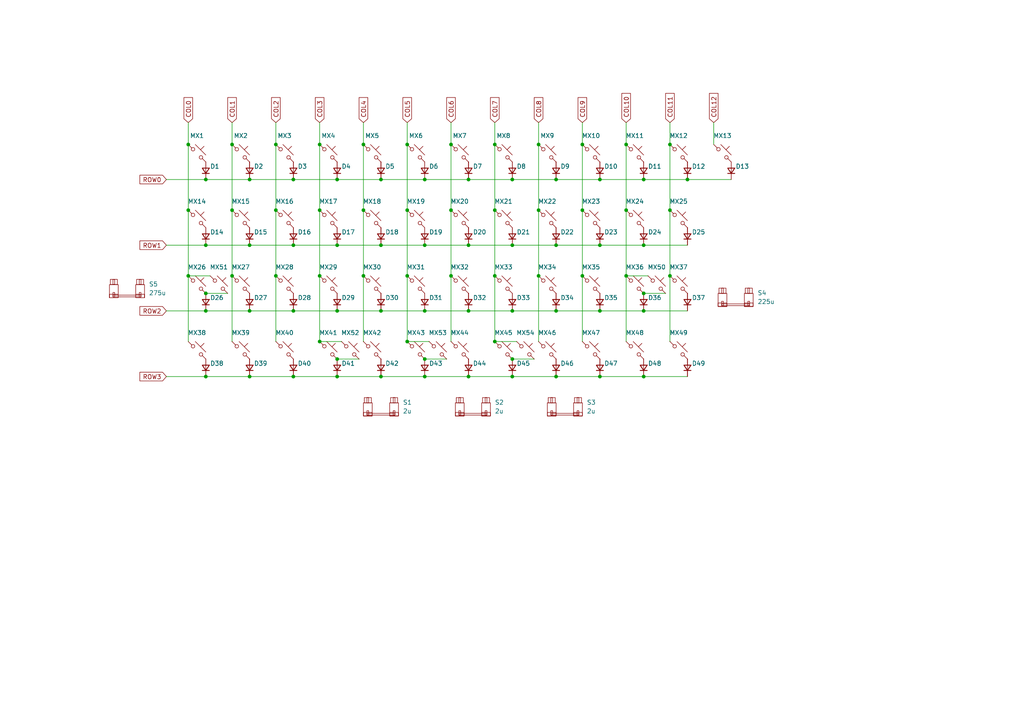
<source format=kicad_sch>
(kicad_sch (version 20231120) (generator "eeschema") (generator_version "8.0")
  (paper "A4")
  (lib_symbols
    (symbol "Device:D_Small" (pin_numbers hide) (pin_names (offset 0.254) hide)
      (property "Reference" "D" (at -1.27 2.032 0))
      (property "Value" "D_Small" (at -3.81 -2.032 0))
      (symbol "D_Small_0_1"
        (polyline (pts (xy -0.762 -1.016) (xy -0.762 1.016)) (stroke (width 0.254)))
        (polyline (pts (xy -0.762 0) (xy 0.762 0)))
        (polyline (pts (xy 0.762 -1.016) (xy -0.762 0) (xy 0.762 1.016) (xy 0.762 -1.016)) (stroke (width 0.254)))
      )
      (symbol "D_Small_1_1"
        (pin passive line (at -2.54 0 0) (length 1.778) (name "K") (number "1"))
        (pin passive line (at 2.54 0 180) (length 1.778) (name "A") (number "2"))
      )
    )
    (symbol "PCM_marbastlib-mx:MX_SW_solder" (pin_numbers hide) (pin_names (offset 1.016) hide)
      (property "Reference" "MX" (at 3.048 1.016 0))
      (property "Value" "MX_SW_solder" (at 0 -3.81 0))
      (symbol "MX_SW_solder_0_1"
        (circle (center -1.1684 1.1684) (radius 0.508))
        (polyline (pts (xy -0.508 2.54) (xy 2.54 -0.508)))
        (polyline (pts (xy 1.016 1.016) (xy 2.032 2.032)))
        (polyline (pts (xy -2.54 2.54) (xy -1.524 1.524) (xy -1.524 1.524)))
        (polyline (pts (xy 1.524 -1.524) (xy 2.54 -2.54) (xy 2.54 -2.54) (xy 2.54 -2.54)))
        (circle (center 1.143 -1.1938) (radius 0.508))
        (pin passive line (at -2.54 2.54 0) (length 0) (name "1") (number "1"))
        (pin passive line (at 2.54 -2.54 180) (length 0) (name "2") (number "2"))
      )
    )
    (symbol "PCM_marbastlib-mx:MX_stab" (pin_names (offset 1.016))
      (property "Reference" "S" (at -5.08 6.35 0))
      (property "Value" "MX_stab" (at -5.08 3.81 0))
      (symbol "MX_stab_0_1"
        (rectangle (start -5.08 -1.524) (end -2.54 -2.54))
        (rectangle (start -5.08 1.27) (end -2.54 -2.54))
        (rectangle (start -4.826 2.794) (end -2.794 1.27))
        (rectangle (start -4.064 -2.286) (end -3.556 -1.016))
        (rectangle (start -4.064 -1.778) (end 4.064 -2.286))
        (rectangle (start -4.064 1.27) (end -3.556 2.794))
        (rectangle (start 2.54 -1.524) (end 5.08 -2.54))
        (rectangle (start 2.54 1.27) (end 5.08 -2.54))
        (rectangle (start 2.794 2.794) (end 4.826 1.27))
        (rectangle (start 3.556 1.27) (end 4.064 2.794))
        (rectangle (start 4.064 -2.286) (end 3.556 -1.016))
      )
    )
  )
  (junction (at 118.11 60.96))
  (junction (at 72.39 71.12))
  (junction (at 85.09 109.22))
  (junction (at 123.19 109.22))
  (junction (at 97.79 71.12))
  (junction (at 72.39 109.22))
  (junction (at 54.61 41.91))
  (junction (at 161.29 52.07))
  (junction (at 123.19 71.12))
  (junction (at 72.39 52.07))
  (junction (at 80.01 80.01))
  (junction (at 186.69 90.17))
  (junction (at 143.51 80.01))
  (junction (at 92.71 99.06))
  (junction (at 186.69 71.12))
  (junction (at 92.71 80.01))
  (junction (at 148.59 52.07))
  (junction (at 143.51 41.91))
  (junction (at 199.39 52.07))
  (junction (at 97.79 109.22))
  (junction (at 168.91 41.91))
  (junction (at 143.51 60.96))
  (junction (at 110.49 71.12))
  (junction (at 161.29 109.22))
  (junction (at 118.11 80.01))
  (junction (at 110.49 90.17))
  (junction (at 105.41 41.91))
  (junction (at 97.79 90.17))
  (junction (at 181.61 80.01))
  (junction (at 67.31 60.96))
  (junction (at 80.01 60.96))
  (junction (at 130.81 60.96))
  (junction (at 173.99 109.22))
  (junction (at 123.19 104.14))
  (junction (at 186.69 85.09))
  (junction (at 92.71 41.91))
  (junction (at 130.81 80.01))
  (junction (at 110.49 109.22))
  (junction (at 59.69 90.17))
  (junction (at 168.91 60.96))
  (junction (at 156.21 80.01))
  (junction (at 118.11 99.06))
  (junction (at 135.89 71.12))
  (junction (at 148.59 104.14))
  (junction (at 181.61 41.91))
  (junction (at 148.59 90.17))
  (junction (at 118.11 41.91))
  (junction (at 59.69 71.12))
  (junction (at 173.99 71.12))
  (junction (at 97.79 52.07))
  (junction (at 135.89 52.07))
  (junction (at 110.49 52.07))
  (junction (at 173.99 52.07))
  (junction (at 135.89 109.22))
  (junction (at 194.31 80.01))
  (junction (at 85.09 71.12))
  (junction (at 148.59 109.22))
  (junction (at 130.81 41.91))
  (junction (at 123.19 52.07))
  (junction (at 161.29 90.17))
  (junction (at 67.31 41.91))
  (junction (at 173.99 90.17))
  (junction (at 181.61 60.96))
  (junction (at 85.09 90.17))
  (junction (at 194.31 41.91))
  (junction (at 97.79 104.14))
  (junction (at 105.41 80.01))
  (junction (at 59.69 85.09))
  (junction (at 85.09 52.07))
  (junction (at 59.69 109.22))
  (junction (at 54.61 80.01))
  (junction (at 105.41 60.96))
  (junction (at 54.61 60.96))
  (junction (at 80.01 41.91))
  (junction (at 92.71 60.96))
  (junction (at 161.29 71.12))
  (junction (at 123.19 90.17))
  (junction (at 143.51 99.06))
  (junction (at 194.31 60.96))
  (junction (at 148.59 71.12))
  (junction (at 156.21 41.91))
  (junction (at 135.89 90.17))
  (junction (at 186.69 109.22))
  (junction (at 59.69 52.07))
  (junction (at 156.21 60.96))
  (junction (at 168.91 80.01))
  (junction (at 67.31 80.01))
  (junction (at 186.69 52.07))
  (junction (at 72.39 90.17))
  (wire (pts (xy 135.89 90.17) (xy 148.59 90.17)))
  (wire (pts (xy 123.19 90.17) (xy 135.89 90.17)))
  (wire (pts (xy 97.79 109.22) (xy 110.49 109.22)))
  (wire (pts (xy 92.71 60.96) (xy 92.71 80.01)))
  (wire (pts (xy 130.81 41.91) (xy 130.81 60.96)))
  (wire (pts (xy 130.81 80.01) (xy 130.81 99.06)))
  (wire (pts (xy 156.21 41.91) (xy 156.21 60.96)))
  (wire (pts (xy 92.71 41.91) (xy 92.71 60.96)))
  (wire (pts (xy 48.26 71.12) (xy 59.69 71.12)))
  (wire (pts (xy 97.79 90.17) (xy 110.49 90.17)))
  (wire (pts (xy 148.59 52.07) (xy 161.29 52.07)))
  (wire (pts (xy 59.69 71.12) (xy 72.39 71.12)))
  (wire (pts (xy 181.61 35.56) (xy 181.61 41.91)))
  (wire (pts (xy 207.01 35.56) (xy 207.01 41.91)))
  (wire (pts (xy 67.31 35.56) (xy 67.31 41.91)))
  (wire (pts (xy 85.09 52.07) (xy 97.79 52.07)))
  (wire (pts (xy 85.09 71.12) (xy 97.79 71.12)))
  (wire (pts (xy 54.61 80.01) (xy 54.61 99.06)))
  (wire (pts (xy 143.51 60.96) (xy 143.51 80.01)))
  (wire (pts (xy 135.89 71.12) (xy 148.59 71.12)))
  (wire (pts (xy 186.69 52.07) (xy 199.39 52.07)))
  (wire (pts (xy 80.01 41.91) (xy 80.01 60.96)))
  (wire (pts (xy 135.89 109.22) (xy 148.59 109.22)))
  (wire (pts (xy 156.21 80.01) (xy 156.21 99.06)))
  (wire (pts (xy 105.41 35.56) (xy 105.41 41.91)))
  (wire (pts (xy 148.59 109.22) (xy 161.29 109.22)))
  (wire (pts (xy 148.59 90.17) (xy 161.29 90.17)))
  (wire (pts (xy 110.49 71.12) (xy 123.19 71.12)))
  (wire (pts (xy 118.11 80.01) (xy 118.11 99.06)))
  (wire (pts (xy 72.39 52.07) (xy 85.09 52.07)))
  (wire (pts (xy 92.71 99.06) (xy 99.06 99.06)))
  (wire (pts (xy 59.69 52.07) (xy 72.39 52.07)))
  (wire (pts (xy 118.11 35.56) (xy 118.11 41.91)))
  (wire (pts (xy 173.99 52.07) (xy 186.69 52.07)))
  (wire (pts (xy 181.61 80.01) (xy 187.96 80.01)))
  (wire (pts (xy 97.79 104.14) (xy 104.14 104.14)))
  (wire (pts (xy 54.61 60.96) (xy 54.61 80.01)))
  (wire (pts (xy 97.79 71.12) (xy 110.49 71.12)))
  (wire (pts (xy 48.26 109.22) (xy 59.69 109.22)))
  (wire (pts (xy 161.29 109.22) (xy 173.99 109.22)))
  (wire (pts (xy 194.31 35.56) (xy 194.31 41.91)))
  (wire (pts (xy 148.59 71.12) (xy 161.29 71.12)))
  (wire (pts (xy 161.29 71.12) (xy 173.99 71.12)))
  (wire (pts (xy 72.39 71.12) (xy 85.09 71.12)))
  (wire (pts (xy 143.51 35.56) (xy 143.51 41.91)))
  (wire (pts (xy 80.01 80.01) (xy 80.01 99.06)))
  (wire (pts (xy 123.19 71.12) (xy 135.89 71.12)))
  (wire (pts (xy 148.59 104.14) (xy 154.94 104.14)))
  (wire (pts (xy 194.31 60.96) (xy 194.31 80.01)))
  (wire (pts (xy 199.39 52.07) (xy 212.09 52.07)))
  (wire (pts (xy 67.31 80.01) (xy 67.31 99.06)))
  (wire (pts (xy 161.29 90.17) (xy 173.99 90.17)))
  (wire (pts (xy 54.61 80.01) (xy 60.96 80.01)))
  (wire (pts (xy 168.91 60.96) (xy 168.91 80.01)))
  (wire (pts (xy 156.21 60.96) (xy 156.21 80.01)))
  (wire (pts (xy 105.41 41.91) (xy 105.41 60.96)))
  (wire (pts (xy 173.99 109.22) (xy 186.69 109.22)))
  (wire (pts (xy 118.11 60.96) (xy 118.11 80.01)))
  (wire (pts (xy 181.61 41.91) (xy 181.61 60.96)))
  (wire (pts (xy 48.26 90.17) (xy 59.69 90.17)))
  (wire (pts (xy 143.51 80.01) (xy 143.51 99.06)))
  (wire (pts (xy 194.31 41.91) (xy 194.31 60.96)))
  (wire (pts (xy 168.91 41.91) (xy 168.91 60.96)))
  (wire (pts (xy 67.31 41.91) (xy 67.31 60.96)))
  (wire (pts (xy 110.49 52.07) (xy 123.19 52.07)))
  (wire (pts (xy 161.29 52.07) (xy 173.99 52.07)))
  (wire (pts (xy 186.69 85.09) (xy 193.04 85.09)))
  (wire (pts (xy 54.61 35.56) (xy 54.61 41.91)))
  (wire (pts (xy 92.71 80.01) (xy 92.71 99.06)))
  (wire (pts (xy 85.09 109.22) (xy 97.79 109.22)))
  (wire (pts (xy 92.71 35.56) (xy 92.71 41.91)))
  (wire (pts (xy 67.31 60.96) (xy 67.31 80.01)))
  (wire (pts (xy 168.91 80.01) (xy 168.91 99.06)))
  (wire (pts (xy 173.99 71.12) (xy 186.69 71.12)))
  (wire (pts (xy 110.49 90.17) (xy 123.19 90.17)))
  (wire (pts (xy 186.69 90.17) (xy 199.39 90.17)))
  (wire (pts (xy 105.41 80.01) (xy 105.41 99.06)))
  (wire (pts (xy 181.61 80.01) (xy 181.61 99.06)))
  (wire (pts (xy 130.81 60.96) (xy 130.81 80.01)))
  (wire (pts (xy 194.31 80.01) (xy 194.31 99.06)))
  (wire (pts (xy 72.39 109.22) (xy 85.09 109.22)))
  (wire (pts (xy 143.51 41.91) (xy 143.51 60.96)))
  (wire (pts (xy 123.19 104.14) (xy 129.54 104.14)))
  (wire (pts (xy 54.61 41.91) (xy 54.61 60.96)))
  (wire (pts (xy 59.69 109.22) (xy 72.39 109.22)))
  (wire (pts (xy 80.01 35.56) (xy 80.01 41.91)))
  (wire (pts (xy 156.21 35.56) (xy 156.21 41.91)))
  (wire (pts (xy 59.69 90.17) (xy 72.39 90.17)))
  (wire (pts (xy 168.91 35.56) (xy 168.91 41.91)))
  (wire (pts (xy 130.81 35.56) (xy 130.81 41.91)))
  (wire (pts (xy 181.61 60.96) (xy 181.61 80.01)))
  (wire (pts (xy 48.26 52.07) (xy 59.69 52.07)))
  (wire (pts (xy 72.39 90.17) (xy 85.09 90.17)))
  (wire (pts (xy 123.19 52.07) (xy 135.89 52.07)))
  (wire (pts (xy 85.09 90.17) (xy 97.79 90.17)))
  (wire (pts (xy 80.01 60.96) (xy 80.01 80.01)))
  (wire (pts (xy 105.41 60.96) (xy 105.41 80.01)))
  (wire (pts (xy 123.19 109.22) (xy 135.89 109.22)))
  (wire (pts (xy 186.69 109.22) (xy 199.39 109.22)))
  (wire (pts (xy 135.89 52.07) (xy 148.59 52.07)))
  (wire (pts (xy 186.69 71.12) (xy 199.39 71.12)))
  (wire (pts (xy 97.79 52.07) (xy 110.49 52.07)))
  (wire (pts (xy 110.49 109.22) (xy 123.19 109.22)))
  (wire (pts (xy 173.99 90.17) (xy 186.69 90.17)))
  (wire (pts (xy 118.11 99.06) (xy 124.46 99.06)))
  (wire (pts (xy 143.51 99.06) (xy 149.86 99.06)))
  (wire (pts (xy 118.11 41.91) (xy 118.11 60.96)))
  (wire (pts (xy 59.69 85.09) (xy 66.04 85.09)))
  (global_label "COL11" (shape input) (at 194.31 35.56 90) (property "Intersheetrefs" "${INTERSHEET_REFS}" (effects (hide yes))))
  (global_label "COL1" (shape input) (at 67.31 35.56 90) (property "Intersheetrefs" "${INTERSHEET_REFS}" (effects (hide yes))))
  (global_label "ROW1" (shape input) (at 48.26 71.12 180) (property "Intersheetrefs" "${INTERSHEET_REFS}" (effects (hide yes))))
  (global_label "COL8" (shape input) (at 156.21 35.56 90) (property "Intersheetrefs" "${INTERSHEET_REFS}" (effects (hide yes))))
  (global_label "COL3" (shape input) (at 92.71 35.56 90) (property "Intersheetrefs" "${INTERSHEET_REFS}" (effects (hide yes))))
  (global_label "COL12" (shape input) (at 207.01 35.56 90) (property "Intersheetrefs" "${INTERSHEET_REFS}" (effects (hide yes))))
  (global_label "COL5" (shape input) (at 118.11 35.56 90) (property "Intersheetrefs" "${INTERSHEET_REFS}" (effects (hide yes))))
  (global_label "ROW3" (shape input) (at 48.26 109.22 180) (property "Intersheetrefs" "${INTERSHEET_REFS}" (effects (hide yes))))
  (global_label "COL9" (shape input) (at 168.91 35.56 90) (property "Intersheetrefs" "${INTERSHEET_REFS}" (effects (hide yes))))
  (global_label "COL7" (shape input) (at 143.51 35.56 90) (property "Intersheetrefs" "${INTERSHEET_REFS}" (effects (hide yes))))
  (global_label "COL0" (shape input) (at 54.61 35.56 90) (property "Intersheetrefs" "${INTERSHEET_REFS}" (effects (hide yes))))
  (global_label "ROW0" (shape input) (at 48.26 52.07 180) (property "Intersheetrefs" "${INTERSHEET_REFS}" (effects (hide yes))))
  (global_label "COL6" (shape input) (at 130.81 35.56 90) (property "Intersheetrefs" "${INTERSHEET_REFS}" (effects (hide yes))))
  (global_label "COL2" (shape input) (at 80.01 35.56 90) (property "Intersheetrefs" "${INTERSHEET_REFS}" (effects (hide yes))))
  (global_label "COL4" (shape input) (at 105.41 35.56 90) (property "Intersheetrefs" "${INTERSHEET_REFS}" (effects (hide yes))))
  (global_label "ROW2" (shape input) (at 48.26 90.17 180) (property "Intersheetrefs" "${INTERSHEET_REFS}" (effects (hide yes))))
  (global_label "COL10" (shape input) (at 181.61 35.56 90) (property "Intersheetrefs" "${INTERSHEET_REFS}" (effects (hide yes))))
  (symbol (lib_id "PCM_marbastlib-mx:MX_SW_solder") (at 107.95 63.5 0) (unit 1)
    (property "Reference" "MX18" (at 107.95 58.42 0))
    (property "Value" "MX_SW_solder" (effects (hide yes)))
    (property "Footprint" "PCM_marbastlib-mx:SW_MX_1u" (effects (hide yes)))
    (property "Description" "Push button switch, normally open, two pins, 45° tilted" (effects (hide yes)))
  )
  (symbol (lib_id "PCM_marbastlib-mx:MX_SW_solder") (at 196.85 63.5 0) (unit 1)
    (property "Reference" "MX25" (at 196.85 58.42 0))
    (property "Value" "MX_SW_solder" (effects (hide yes)))
    (property "Footprint" "PCM_marbastlib-mx:SW_MX_1.75u" (effects (hide yes)))
    (property "Description" "Push button switch, normally open, two pins, 45° tilted" (effects (hide yes)))
  )
  (symbol (lib_id "PCM_marbastlib-mx:MX_SW_solder") (at 196.85 44.45 0) (unit 1)
    (property "Reference" "MX12" (at 196.85 39.37 0))
    (property "Value" "MX_SW_solder" (effects (hide yes)))
    (property "Footprint" "PCM_marbastlib-mx:SW_MX_1u" (effects (hide yes)))
    (property "Description" "Push button switch, normally open, two pins, 45° tilted" (effects (hide yes)))
  )
  (symbol (lib_id "PCM_marbastlib-mx:MX_SW_solder") (at 95.25 63.5 0) (unit 1)
    (property "Reference" "MX17" (at 95.25 58.42 0))
    (property "Value" "MX_SW_solder" (effects (hide yes)))
    (property "Footprint" "PCM_marbastlib-mx:SW_MX_1u" (effects (hide yes)))
    (property "Description" "Push button switch, normally open, two pins, 45° tilted" (effects (hide yes)))
  )
  (symbol (lib_id "Device:D_Small") (at 72.39 68.58 90) (unit 1)
    (property "Reference" "D15" (at 73.66 67.31 90) (effects (justify right)))
    (property "Value" "D_Small" (effects (hide yes)))
    (property "Footprint" "Diode_SMD:D_SOD-123F" (effects (hide yes)))
    (property "Description" "Diode, small symbol" (effects (hide yes)))
    (property "Sim.Device" "D" (effects (hide yes)))
    (property "Sim.Pins" "1=K 2=A" (effects (hide yes)))
  )
  (symbol (lib_id "PCM_marbastlib-mx:MX_SW_solder") (at 82.55 101.6 0) (unit 1)
    (property "Reference" "MX40" (at 82.55 96.52 0))
    (property "Value" "MX_SW_solder" (effects (hide yes)))
    (property "Footprint" "PCM_marbastlib-mx:SW_MX_1u" (effects (hide yes)))
    (property "Description" "Push button switch, normally open, two pins, 45° tilted" (effects (hide yes)))
  )
  (symbol (lib_id "Device:D_Small") (at 123.19 87.63 90) (unit 1)
    (property "Reference" "D31" (at 124.46 86.36 90) (effects (justify right)))
    (property "Value" "D_Small" (effects (hide yes)))
    (property "Footprint" "Diode_SMD:D_SOD-123F" (effects (hide yes)))
    (property "Description" "Diode, small symbol" (effects (hide yes)))
    (property "Sim.Device" "D" (effects (hide yes)))
    (property "Sim.Pins" "1=K 2=A" (effects (hide yes)))
  )
  (symbol (lib_id "Device:D_Small") (at 148.59 49.53 90) (unit 1)
    (property "Reference" "D8" (at 149.86 48.26 90) (effects (justify right)))
    (property "Value" "D_Small" (effects (hide yes)))
    (property "Footprint" "Diode_SMD:D_SOD-123F" (effects (hide yes)))
    (property "Description" "Diode, small symbol" (effects (hide yes)))
    (property "Sim.Device" "D" (effects (hide yes)))
    (property "Sim.Pins" "1=K 2=A" (effects (hide yes)))
  )
  (symbol (lib_id "PCM_marbastlib-mx:MX_SW_solder") (at 146.05 82.55 0) (unit 1)
    (property "Reference" "MX33" (at 146.05 77.47 0))
    (property "Value" "MX_SW_solder" (effects (hide yes)))
    (property "Footprint" "PCM_marbastlib-mx:SW_MX_1u" (effects (hide yes)))
    (property "Description" "Push button switch, normally open, two pins, 45° tilted" (effects (hide yes)))
  )
  (symbol (lib_id "PCM_marbastlib-mx:MX_SW_solder") (at 184.15 101.6 0) (unit 1)
    (property "Reference" "MX48" (at 184.15 96.52 0))
    (property "Value" "MX_SW_solder" (effects (hide yes)))
    (property "Footprint" "PCM_marbastlib-mx:SW_MX_1u" (effects (hide yes)))
    (property "Description" "Push button switch, normally open, two pins, 45° tilted" (effects (hide yes)))
  )
  (symbol (lib_id "PCM_marbastlib-mx:MX_SW_solder") (at 57.15 101.6 0) (unit 1)
    (property "Reference" "MX38" (at 57.15 96.52 0))
    (property "Value" "MX_SW_solder" (effects (hide yes)))
    (property "Footprint" "PCM_marbastlib-mx:SW_MX_1u" (effects (hide yes)))
    (property "Description" "Push button switch, normally open, two pins, 45° tilted" (effects (hide yes)))
  )
  (symbol (lib_id "Device:D_Small") (at 123.19 68.58 90) (unit 1)
    (property "Reference" "D19" (at 124.46 67.31 90) (effects (justify right)))
    (property "Value" "D_Small" (effects (hide yes)))
    (property "Footprint" "Diode_SMD:D_SOD-123F" (effects (hide yes)))
    (property "Description" "Diode, small symbol" (effects (hide yes)))
    (property "Sim.Device" "D" (effects (hide yes)))
    (property "Sim.Pins" "1=K 2=A" (effects (hide yes)))
  )
  (symbol (lib_id "PCM_marbastlib-mx:MX_SW_solder") (at 120.65 101.6 0) (unit 1)
    (property "Reference" "MX43" (at 120.65 96.52 0))
    (property "Value" "MX_SW_solder" (effects (hide yes)))
    (property "Footprint" "PCM_marbastlib-mx:SW_MX_1u" (effects (hide yes)))
    (property "Description" "Push button switch, normally open, two pins, 45° tilted" (effects (hide yes)))
  )
  (symbol (lib_id "PCM_marbastlib-mx:MX_SW_solder") (at 63.5 82.55 0) (unit 1)
    (property "Reference" "MX51" (at 63.5 77.47 0))
    (property "Value" "MX_SW_solder" (effects (hide yes)))
    (property "Footprint" "PCM_marbastlib-mx:SW_MX_1u" (effects (hide yes)))
    (property "Description" "Push button switch, normally open, two pins, 45° tilted" (effects (hide yes)))
  )
  (symbol (lib_id "PCM_marbastlib-mx:MX_SW_solder") (at 69.85 44.45 0) (unit 1)
    (property "Reference" "MX2" (at 69.85 39.37 0))
    (property "Value" "MX_SW_solder" (effects (hide yes)))
    (property "Footprint" "PCM_marbastlib-mx:SW_MX_1u" (effects (hide yes)))
    (property "Description" "Push button switch, normally open, two pins, 45° tilted" (effects (hide yes)))
  )
  (symbol (lib_id "PCM_marbastlib-mx:MX_SW_solder") (at 171.45 44.45 0) (unit 1)
    (property "Reference" "MX10" (at 171.45 39.37 0))
    (property "Value" "MX_SW_solder" (effects (hide yes)))
    (property "Footprint" "PCM_marbastlib-mx:SW_MX_1u" (effects (hide yes)))
    (property "Description" "Push button switch, normally open, two pins, 45° tilted" (effects (hide yes)))
  )
  (symbol (lib_id "PCM_marbastlib-mx:MX_stab") (at 110.49 118.11 0) (unit 1)
    (property "Reference" "S1" (at 116.84 116.7129 0) (effects (justify left)))
    (property "Value" "2u" (at 116.84 119.2529 0) (effects (justify left)))
    (property "Footprint" "PCM_marbastlib-mx:STAB_MX_P_2u" (effects (hide yes)))
    (property "Description" "Cherry MX-style stabilizer" (effects (hide yes)))
  )
  (symbol (lib_id "PCM_marbastlib-mx:MX_stab") (at 137.16 118.11 0) (unit 1)
    (property "Reference" "S2" (at 143.51 116.7129 0) (effects (justify left)))
    (property "Value" "2u" (at 143.51 119.2529 0) (effects (justify left)))
    (property "Footprint" "PCM_marbastlib-mx:STAB_MX_P_2u" (effects (hide yes)))
    (property "Description" "Cherry MX-style stabilizer" (effects (hide yes)))
  )
  (symbol (lib_id "Device:D_Small") (at 85.09 106.68 90) (unit 1)
    (property "Reference" "D40" (at 86.36 105.41 90) (effects (justify right)))
    (property "Value" "D_Small" (effects (hide yes)))
    (property "Footprint" "Diode_SMD:D_SOD-123F" (effects (hide yes)))
    (property "Description" "Diode, small symbol" (effects (hide yes)))
    (property "Sim.Device" "D" (effects (hide yes)))
    (property "Sim.Pins" "1=K 2=A" (effects (hide yes)))
  )
  (symbol (lib_id "PCM_marbastlib-mx:MX_SW_solder") (at 57.15 82.55 0) (unit 1)
    (property "Reference" "MX26" (at 57.15 77.47 0))
    (property "Value" "MX_SW_solder" (effects (hide yes)))
    (property "Footprint" "PCM_marbastlib-mx:SW_MX_1.75u" (effects (hide yes)))
    (property "Description" "Push button switch, normally open, two pins, 45° tilted" (effects (hide yes)))
  )
  (symbol (lib_id "Device:D_Small") (at 199.39 68.58 90) (unit 1)
    (property "Reference" "D25" (at 200.66 67.31 90) (effects (justify right)))
    (property "Value" "D_Small" (effects (hide yes)))
    (property "Footprint" "Diode_SMD:D_SOD-123F" (effects (hide yes)))
    (property "Description" "Diode, small symbol" (effects (hide yes)))
    (property "Sim.Device" "D" (effects (hide yes)))
    (property "Sim.Pins" "1=K 2=A" (effects (hide yes)))
  )
  (symbol (lib_id "PCM_marbastlib-mx:MX_SW_solder") (at 120.65 63.5 0) (unit 1)
    (property "Reference" "MX19" (at 120.65 58.42 0))
    (property "Value" "MX_SW_solder" (effects (hide yes)))
    (property "Footprint" "PCM_marbastlib-mx:SW_MX_1u" (effects (hide yes)))
    (property "Description" "Push button switch, normally open, two pins, 45° tilted" (effects (hide yes)))
  )
  (symbol (lib_id "Device:D_Small") (at 135.89 68.58 90) (unit 1)
    (property "Reference" "D20" (at 137.16 67.31 90) (effects (justify right)))
    (property "Value" "D_Small" (effects (hide yes)))
    (property "Footprint" "Diode_SMD:D_SOD-123F" (effects (hide yes)))
    (property "Description" "Diode, small symbol" (effects (hide yes)))
    (property "Sim.Device" "D" (effects (hide yes)))
    (property "Sim.Pins" "1=K 2=A" (effects (hide yes)))
  )
  (symbol (lib_id "PCM_marbastlib-mx:MX_stab") (at 36.83 83.82 0) (unit 1)
    (property "Reference" "S5" (at 43.18 82.4229 0) (effects (justify left)))
    (property "Value" "275u" (at 43.18 84.9629 0) (effects (justify left)))
    (property "Footprint" "PCM_marbastlib-mx:STAB_MX_P_2.75u" (effects (hide yes)))
    (property "Description" "Cherry MX-style stabilizer" (effects (hide yes)))
  )
  (symbol (lib_id "Device:D_Small") (at 85.09 49.53 90) (unit 1)
    (property "Reference" "D3" (at 86.36 48.26 90) (effects (justify right)))
    (property "Value" "D_Small" (effects (hide yes)))
    (property "Footprint" "Diode_SMD:D_SOD-123F" (effects (hide yes)))
    (property "Description" "Diode, small symbol" (effects (hide yes)))
    (property "Sim.Device" "D" (effects (hide yes)))
    (property "Sim.Pins" "1=K 2=A" (effects (hide yes)))
  )
  (symbol (lib_id "Device:D_Small") (at 161.29 106.68 90) (unit 1)
    (property "Reference" "D46" (at 162.56 105.41 90) (effects (justify right)))
    (property "Value" "D_Small" (effects (hide yes)))
    (property "Footprint" "Diode_SMD:D_SOD-123F" (effects (hide yes)))
    (property "Description" "Diode, small symbol" (effects (hide yes)))
    (property "Sim.Device" "D" (effects (hide yes)))
    (property "Sim.Pins" "1=K 2=A" (effects (hide yes)))
  )
  (symbol (lib_id "PCM_marbastlib-mx:MX_SW_solder") (at 120.65 82.55 0) (unit 1)
    (property "Reference" "MX31" (at 120.65 77.47 0))
    (property "Value" "MX_SW_solder" (effects (hide yes)))
    (property "Footprint" "PCM_marbastlib-mx:SW_MX_1u" (effects (hide yes)))
    (property "Description" "Push button switch, normally open, two pins, 45° tilted" (effects (hide yes)))
  )
  (symbol (lib_id "Device:D_Small") (at 72.39 49.53 90) (unit 1)
    (property "Reference" "D2" (at 73.66 48.26 90) (effects (justify right)))
    (property "Value" "D_Small" (effects (hide yes)))
    (property "Footprint" "Diode_SMD:D_SOD-123F" (effects (hide yes)))
    (property "Description" "Diode, small symbol" (effects (hide yes)))
    (property "Sim.Device" "D" (effects (hide yes)))
    (property "Sim.Pins" "1=K 2=A" (effects (hide yes)))
  )
  (symbol (lib_id "PCM_marbastlib-mx:MX_SW_solder") (at 184.15 44.45 0) (unit 1)
    (property "Reference" "MX11" (at 184.15 39.37 0))
    (property "Value" "MX_SW_solder" (effects (hide yes)))
    (property "Footprint" "PCM_marbastlib-mx:SW_MX_1u" (effects (hide yes)))
    (property "Description" "Push button switch, normally open, two pins, 45° tilted" (effects (hide yes)))
  )
  (symbol (lib_id "Device:D_Small") (at 85.09 68.58 90) (unit 1)
    (property "Reference" "D16" (at 86.36 67.31 90) (effects (justify right)))
    (property "Value" "D_Small" (effects (hide yes)))
    (property "Footprint" "Diode_SMD:D_SOD-123F" (effects (hide yes)))
    (property "Description" "Diode, small symbol" (effects (hide yes)))
    (property "Sim.Device" "D" (effects (hide yes)))
    (property "Sim.Pins" "1=K 2=A" (effects (hide yes)))
  )
  (symbol (lib_id "PCM_marbastlib-mx:MX_SW_solder") (at 69.85 82.55 0) (unit 1)
    (property "Reference" "MX27" (at 69.85 77.47 0))
    (property "Value" "MX_SW_solder" (effects (hide yes)))
    (property "Footprint" "PCM_marbastlib-mx:SW_MX_1u" (effects (hide yes)))
    (property "Description" "Push button switch, normally open, two pins, 45° tilted" (effects (hide yes)))
  )
  (symbol (lib_id "PCM_marbastlib-mx:MX_SW_solder") (at 69.85 63.5 0) (unit 1)
    (property "Reference" "MX15" (at 69.85 58.42 0))
    (property "Value" "MX_SW_solder" (effects (hide yes)))
    (property "Footprint" "PCM_marbastlib-mx:SW_MX_1u" (effects (hide yes)))
    (property "Description" "Push button switch, normally open, two pins, 45° tilted" (effects (hide yes)))
  )
  (symbol (lib_id "Device:D_Small") (at 59.69 87.63 90) (unit 1)
    (property "Reference" "D26" (at 60.96 86.36 90) (effects (justify right)))
    (property "Value" "D_Small" (effects (hide yes)))
    (property "Footprint" "Diode_SMD:D_SOD-123F" (effects (hide yes)))
    (property "Description" "Diode, small symbol" (effects (hide yes)))
    (property "Sim.Device" "D" (effects (hide yes)))
    (property "Sim.Pins" "1=K 2=A" (effects (hide yes)))
  )
  (symbol (lib_id "PCM_marbastlib-mx:MX_stab") (at 213.36 86.36 0) (unit 1)
    (property "Reference" "S4" (at 219.71 84.9629 0) (effects (justify left)))
    (property "Value" "225u" (at 219.71 87.5029 0) (effects (justify left)))
    (property "Footprint" "PCM_marbastlib-mx:STAB_MX_P_2.25u" (effects (hide yes)))
    (property "Description" "Cherry MX-style stabilizer" (effects (hide yes)))
  )
  (symbol (lib_id "PCM_marbastlib-mx:MX_SW_solder") (at 120.65 44.45 0) (unit 1)
    (property "Reference" "MX6" (at 120.65 39.37 0))
    (property "Value" "MX_SW_solder" (effects (hide yes)))
    (property "Footprint" "PCM_marbastlib-mx:SW_MX_1u" (effects (hide yes)))
    (property "Description" "Push button switch, normally open, two pins, 45° tilted" (effects (hide yes)))
  )
  (symbol (lib_id "PCM_marbastlib-mx:MX_SW_solder") (at 171.45 101.6 0) (unit 1)
    (property "Reference" "MX47" (at 171.45 96.52 0))
    (property "Value" "MX_SW_solder" (effects (hide yes)))
    (property "Footprint" "PCM_marbastlib-mx:SW_MX_1u" (effects (hide yes)))
    (property "Description" "Push button switch, normally open, two pins, 45° tilted" (effects (hide yes)))
  )
  (symbol (lib_id "Device:D_Small") (at 97.79 68.58 90) (unit 1)
    (property "Reference" "D17" (at 99.06 67.31 90) (effects (justify right)))
    (property "Value" "D_Small" (effects (hide yes)))
    (property "Footprint" "Diode_SMD:D_SOD-123F" (effects (hide yes)))
    (property "Description" "Diode, small symbol" (effects (hide yes)))
    (property "Sim.Device" "D" (effects (hide yes)))
    (property "Sim.Pins" "1=K 2=A" (effects (hide yes)))
  )
  (symbol (lib_id "PCM_marbastlib-mx:MX_SW_solder") (at 95.25 44.45 0) (unit 1)
    (property "Reference" "MX4" (at 95.25 39.37 0))
    (property "Value" "MX_SW_solder" (effects (hide yes)))
    (property "Footprint" "PCM_marbastlib-mx:SW_MX_1u" (effects (hide yes)))
    (property "Description" "Push button switch, normally open, two pins, 45° tilted" (effects (hide yes)))
  )
  (symbol (lib_id "Device:D_Small") (at 161.29 87.63 90) (unit 1)
    (property "Reference" "D34" (at 162.56 86.36 90) (effects (justify right)))
    (property "Value" "D_Small" (effects (hide yes)))
    (property "Footprint" "Diode_SMD:D_SOD-123F" (effects (hide yes)))
    (property "Description" "Diode, small symbol" (effects (hide yes)))
    (property "Sim.Device" "D" (effects (hide yes)))
    (property "Sim.Pins" "1=K 2=A" (effects (hide yes)))
  )
  (symbol (lib_id "PCM_marbastlib-mx:MX_SW_solder") (at 146.05 44.45 0) (unit 1)
    (property "Reference" "MX8" (at 146.05 39.37 0))
    (property "Value" "MX_SW_solder" (effects (hide yes)))
    (property "Footprint" "PCM_marbastlib-mx:SW_MX_1u" (effects (hide yes)))
    (property "Description" "Push button switch, normally open, two pins, 45° tilted" (effects (hide yes)))
  )
  (symbol (lib_id "Device:D_Small") (at 97.79 106.68 90) (unit 1)
    (property "Reference" "D41" (at 99.06 105.41 90) (effects (justify right)))
    (property "Value" "D_Small" (effects (hide yes)))
    (property "Footprint" "Diode_SMD:D_SOD-123F" (effects (hide yes)))
    (property "Description" "Diode, small symbol" (effects (hide yes)))
    (property "Sim.Device" "D" (effects (hide yes)))
    (property "Sim.Pins" "1=K 2=A" (effects (hide yes)))
  )
  (symbol (lib_id "Device:D_Small") (at 199.39 87.63 90) (unit 1)
    (property "Reference" "D37" (at 200.66 86.36 90) (effects (justify right)))
    (property "Value" "D_Small" (effects (hide yes)))
    (property "Footprint" "Diode_SMD:D_SOD-123F" (effects (hide yes)))
    (property "Description" "Diode, small symbol" (effects (hide yes)))
    (property "Sim.Device" "D" (effects (hide yes)))
    (property "Sim.Pins" "1=K 2=A" (effects (hide yes)))
  )
  (symbol (lib_id "Device:D_Small") (at 161.29 68.58 90) (unit 1)
    (property "Reference" "D22" (at 162.56 67.31 90) (effects (justify right)))
    (property "Value" "D_Small" (effects (hide yes)))
    (property "Footprint" "Diode_SMD:D_SOD-123F" (effects (hide yes)))
    (property "Description" "Diode, small symbol" (effects (hide yes)))
    (property "Sim.Device" "D" (effects (hide yes)))
    (property "Sim.Pins" "1=K 2=A" (effects (hide yes)))
  )
  (symbol (lib_id "Device:D_Small") (at 97.79 49.53 90) (unit 1)
    (property "Reference" "D4" (at 99.06 48.26 90) (effects (justify right)))
    (property "Value" "D_Small" (effects (hide yes)))
    (property "Footprint" "Diode_SMD:D_SOD-123F" (effects (hide yes)))
    (property "Description" "Diode, small symbol" (effects (hide yes)))
    (property "Sim.Device" "D" (effects (hide yes)))
    (property "Sim.Pins" "1=K 2=A" (effects (hide yes)))
  )
  (symbol (lib_id "PCM_marbastlib-mx:MX_SW_solder") (at 133.35 63.5 0) (unit 1)
    (property "Reference" "MX20" (at 133.35 58.42 0))
    (property "Value" "MX_SW_solder" (effects (hide yes)))
    (property "Footprint" "PCM_marbastlib-mx:SW_MX_1u" (effects (hide yes)))
    (property "Description" "Push button switch, normally open, two pins, 45° tilted" (effects (hide yes)))
  )
  (symbol (lib_id "PCM_marbastlib-mx:MX_SW_solder") (at 57.15 44.45 0) (unit 1)
    (property "Reference" "MX1" (at 57.15 39.37 0))
    (property "Value" "MX_SW_solder" (effects (hide yes)))
    (property "Footprint" "PCM_marbastlib-mx:SW_MX_1u" (effects (hide yes)))
    (property "Description" "Push button switch, normally open, two pins, 45° tilted" (effects (hide yes)))
  )
  (symbol (lib_id "PCM_marbastlib-mx:MX_SW_solder") (at 158.75 63.5 0) (unit 1)
    (property "Reference" "MX22" (at 158.75 58.42 0))
    (property "Value" "MX_SW_solder" (effects (hide yes)))
    (property "Footprint" "PCM_marbastlib-mx:SW_MX_1u" (effects (hide yes)))
    (property "Description" "Push button switch, normally open, two pins, 45° tilted" (effects (hide yes)))
  )
  (symbol (lib_id "Device:D_Small") (at 123.19 106.68 90) (unit 1)
    (property "Reference" "D43" (at 124.46 105.41 90) (effects (justify right)))
    (property "Value" "D_Small" (effects (hide yes)))
    (property "Footprint" "Diode_SMD:D_SOD-123F" (effects (hide yes)))
    (property "Description" "Diode, small symbol" (effects (hide yes)))
    (property "Sim.Device" "D" (effects (hide yes)))
    (property "Sim.Pins" "1=K 2=A" (effects (hide yes)))
  )
  (symbol (lib_id "Device:D_Small") (at 110.49 68.58 90) (unit 1)
    (property "Reference" "D18" (at 111.76 67.31 90) (effects (justify right)))
    (property "Value" "D_Small" (effects (hide yes)))
    (property "Footprint" "Diode_SMD:D_SOD-123F" (effects (hide yes)))
    (property "Description" "Diode, small symbol" (effects (hide yes)))
    (property "Sim.Device" "D" (effects (hide yes)))
    (property "Sim.Pins" "1=K 2=A" (effects (hide yes)))
  )
  (symbol (lib_id "Device:D_Small") (at 186.69 68.58 90) (unit 1)
    (property "Reference" "D24" (at 187.96 67.31 90) (effects (justify right)))
    (property "Value" "D_Small" (effects (hide yes)))
    (property "Footprint" "Diode_SMD:D_SOD-123F" (effects (hide yes)))
    (property "Description" "Diode, small symbol" (effects (hide yes)))
    (property "Sim.Device" "D" (effects (hide yes)))
    (property "Sim.Pins" "1=K 2=A" (effects (hide yes)))
  )
  (symbol (lib_id "PCM_marbastlib-mx:MX_SW_solder") (at 82.55 63.5 0) (unit 1)
    (property "Reference" "MX16" (at 82.55 58.42 0))
    (property "Value" "MX_SW_solder" (effects (hide yes)))
    (property "Footprint" "PCM_marbastlib-mx:SW_MX_1u" (effects (hide yes)))
    (property "Description" "Push button switch, normally open, two pins, 45° tilted" (effects (hide yes)))
  )
  (symbol (lib_id "Device:D_Small") (at 173.99 106.68 90) (unit 1)
    (property "Reference" "D47" (at 175.26 105.41 90) (effects (justify right)))
    (property "Value" "D_Small" (effects (hide yes)))
    (property "Footprint" "Diode_SMD:D_SOD-123F" (effects (hide yes)))
    (property "Description" "Diode, small symbol" (effects (hide yes)))
    (property "Sim.Device" "D" (effects (hide yes)))
    (property "Sim.Pins" "1=K 2=A" (effects (hide yes)))
  )
  (symbol (lib_id "Device:D_Small") (at 173.99 49.53 90) (unit 1)
    (property "Reference" "D10" (at 175.26 48.26 90) (effects (justify right)))
    (property "Value" "D_Small" (effects (hide yes)))
    (property "Footprint" "Diode_SMD:D_SOD-123F" (effects (hide yes)))
    (property "Description" "Diode, small symbol" (effects (hide yes)))
    (property "Sim.Device" "D" (effects (hide yes)))
    (property "Sim.Pins" "1=K 2=A" (effects (hide yes)))
  )
  (symbol (lib_id "Device:D_Small") (at 59.69 106.68 90) (unit 1)
    (property "Reference" "D38" (at 60.96 105.41 90) (effects (justify right)))
    (property "Value" "D_Small" (effects (hide yes)))
    (property "Footprint" "Diode_SMD:D_SOD-123F" (effects (hide yes)))
    (property "Description" "Diode, small symbol" (effects (hide yes)))
    (property "Sim.Device" "D" (effects (hide yes)))
    (property "Sim.Pins" "1=K 2=A" (effects (hide yes)))
  )
  (symbol (lib_id "PCM_marbastlib-mx:MX_stab") (at 163.83 118.11 0) (unit 1)
    (property "Reference" "S3" (at 170.18 116.7129 0) (effects (justify left)))
    (property "Value" "2u" (at 170.18 119.2529 0) (effects (justify left)))
    (property "Footprint" "PCM_marbastlib-mx:STAB_MX_P_2u" (effects (hide yes)))
    (property "Description" "Cherry MX-style stabilizer" (effects (hide yes)))
  )
  (symbol (lib_id "Device:D_Small") (at 110.49 87.63 90) (unit 1)
    (property "Reference" "D30" (at 111.76 86.36 90) (effects (justify right)))
    (property "Value" "D_Small" (effects (hide yes)))
    (property "Footprint" "Diode_SMD:D_SOD-123F" (effects (hide yes)))
    (property "Description" "Diode, small symbol" (effects (hide yes)))
    (property "Sim.Device" "D" (effects (hide yes)))
    (property "Sim.Pins" "1=K 2=A" (effects (hide yes)))
  )
  (symbol (lib_id "PCM_marbastlib-mx:MX_SW_solder") (at 127 101.6 0) (unit 1)
    (property "Reference" "MX53" (at 127 96.52 0))
    (property "Value" "MX_SW_solder" (effects (hide yes)))
    (property "Footprint" "PCM_marbastlib-mx:SW_MX_1u" (effects (hide yes)))
    (property "Description" "Push button switch, normally open, two pins, 45° tilted" (effects (hide yes)))
  )
  (symbol (lib_id "PCM_marbastlib-mx:MX_SW_solder") (at 184.15 63.5 0) (unit 1)
    (property "Reference" "MX24" (at 184.15 58.42 0))
    (property "Value" "MX_SW_solder" (effects (hide yes)))
    (property "Footprint" "PCM_marbastlib-mx:SW_MX_1u" (effects (hide yes)))
    (property "Description" "Push button switch, normally open, two pins, 45° tilted" (effects (hide yes)))
  )
  (symbol (lib_id "Device:D_Small") (at 186.69 106.68 90) (unit 1)
    (property "Reference" "D48" (at 187.96 105.41 90) (effects (justify right)))
    (property "Value" "D_Small" (effects (hide yes)))
    (property "Footprint" "Diode_SMD:D_SOD-123F" (effects (hide yes)))
    (property "Description" "Diode, small symbol" (effects (hide yes)))
    (property "Sim.Device" "D" (effects (hide yes)))
    (property "Sim.Pins" "1=K 2=A" (effects (hide yes)))
  )
  (symbol (lib_id "Device:D_Small") (at 110.49 49.53 90) (unit 1)
    (property "Reference" "D5" (at 111.76 48.26 90) (effects (justify right)))
    (property "Value" "D_Small" (effects (hide yes)))
    (property "Footprint" "Diode_SMD:D_SOD-123F" (effects (hide yes)))
    (property "Description" "Diode, small symbol" (effects (hide yes)))
    (property "Sim.Device" "D" (effects (hide yes)))
    (property "Sim.Pins" "1=K 2=A" (effects (hide yes)))
  )
  (symbol (lib_id "PCM_marbastlib-mx:MX_SW_solder") (at 196.85 82.55 0) (unit 1)
    (property "Reference" "MX37" (at 196.85 77.47 0))
    (property "Value" "MX_SW_solder" (effects (hide yes)))
    (property "Footprint" "PCM_marbastlib-mx:SW_MX_1.25u" (effects (hide yes)))
    (property "Description" "Push button switch, normally open, two pins, 45° tilted" (effects (hide yes)))
  )
  (symbol (lib_id "PCM_marbastlib-mx:MX_SW_solder") (at 107.95 82.55 0) (unit 1)
    (property "Reference" "MX30" (at 107.95 77.47 0))
    (property "Value" "MX_SW_solder" (effects (hide yes)))
    (property "Footprint" "PCM_marbastlib-mx:SW_MX_1u" (effects (hide yes)))
    (property "Description" "Push button switch, normally open, two pins, 45° tilted" (effects (hide yes)))
  )
  (symbol (lib_id "PCM_marbastlib-mx:MX_SW_solder") (at 133.35 44.45 0) (unit 1)
    (property "Reference" "MX7" (at 133.35 39.37 0))
    (property "Value" "MX_SW_solder" (effects (hide yes)))
    (property "Footprint" "PCM_marbastlib-mx:SW_MX_1u" (effects (hide yes)))
    (property "Description" "Push button switch, normally open, two pins, 45° tilted" (effects (hide yes)))
  )
  (symbol (lib_id "PCM_marbastlib-mx:MX_SW_solder") (at 95.25 101.6 0) (unit 1)
    (property "Reference" "MX41" (at 95.25 96.52 0))
    (property "Value" "MX_SW_solder" (effects (hide yes)))
    (property "Footprint" "PCM_marbastlib-mx:SW_MX_1u" (effects (hide yes)))
    (property "Description" "Push button switch, normally open, two pins, 45° tilted" (effects (hide yes)))
  )
  (symbol (lib_id "Device:D_Small") (at 135.89 87.63 90) (unit 1)
    (property "Reference" "D32" (at 137.16 86.36 90) (effects (justify right)))
    (property "Value" "D_Small" (effects (hide yes)))
    (property "Footprint" "Diode_SMD:D_SOD-123F" (effects (hide yes)))
    (property "Description" "Diode, small symbol" (effects (hide yes)))
    (property "Sim.Device" "D" (effects (hide yes)))
    (property "Sim.Pins" "1=K 2=A" (effects (hide yes)))
  )
  (symbol (lib_id "PCM_marbastlib-mx:MX_SW_solder") (at 152.4 101.6 0) (unit 1)
    (property "Reference" "MX54" (at 152.4 96.52 0))
    (property "Value" "MX_SW_solder" (effects (hide yes)))
    (property "Footprint" "PCM_marbastlib-mx:SW_MX_1u" (effects (hide yes)))
    (property "Description" "Push button switch, normally open, two pins, 45° tilted" (effects (hide yes)))
  )
  (symbol (lib_id "PCM_marbastlib-mx:MX_SW_solder") (at 171.45 63.5 0) (unit 1)
    (property "Reference" "MX23" (at 171.45 58.42 0))
    (property "Value" "MX_SW_solder" (effects (hide yes)))
    (property "Footprint" "PCM_marbastlib-mx:SW_MX_1u" (effects (hide yes)))
    (property "Description" "Push button switch, normally open, two pins, 45° tilted" (effects (hide yes)))
  )
  (symbol (lib_id "PCM_marbastlib-mx:MX_SW_solder") (at 107.95 44.45 0) (unit 1)
    (property "Reference" "MX5" (at 107.95 39.37 0))
    (property "Value" "MX_SW_solder" (effects (hide yes)))
    (property "Footprint" "PCM_marbastlib-mx:SW_MX_1u" (effects (hide yes)))
    (property "Description" "Push button switch, normally open, two pins, 45° tilted" (effects (hide yes)))
  )
  (symbol (lib_id "PCM_marbastlib-mx:MX_SW_solder") (at 95.25 82.55 0) (unit 1)
    (property "Reference" "MX29" (at 95.25 77.47 0))
    (property "Value" "MX_SW_solder" (effects (hide yes)))
    (property "Footprint" "PCM_marbastlib-mx:SW_MX_1u" (effects (hide yes)))
    (property "Description" "Push button switch, normally open, two pins, 45° tilted" (effects (hide yes)))
  )
  (symbol (lib_id "PCM_marbastlib-mx:MX_SW_solder") (at 196.85 101.6 0) (unit 1)
    (property "Reference" "MX49" (at 196.85 96.52 0))
    (property "Value" "MX_SW_solder" (effects (hide yes)))
    (property "Footprint" "PCM_marbastlib-mx:SW_MX_1u" (effects (hide yes)))
    (property "Description" "Push button switch, normally open, two pins, 45° tilted" (effects (hide yes)))
  )
  (symbol (lib_id "PCM_marbastlib-mx:MX_SW_solder") (at 57.15 63.5 0) (unit 1)
    (property "Reference" "MX14" (at 57.15 58.42 0))
    (property "Value" "MX_SW_solder" (effects (hide yes)))
    (property "Footprint" "PCM_marbastlib-mx:SW_MX_1.25u" (effects (hide yes)))
    (property "Description" "Push button switch, normally open, two pins, 45° tilted" (effects (hide yes)))
  )
  (symbol (lib_id "Device:D_Small") (at 110.49 106.68 90) (unit 1)
    (property "Reference" "D42" (at 111.76 105.41 90) (effects (justify right)))
    (property "Value" "D_Small" (effects (hide yes)))
    (property "Footprint" "Diode_SMD:D_SOD-123F" (effects (hide yes)))
    (property "Description" "Diode, small symbol" (effects (hide yes)))
    (property "Sim.Device" "D" (effects (hide yes)))
    (property "Sim.Pins" "1=K 2=A" (effects (hide yes)))
  )
  (symbol (lib_id "PCM_marbastlib-mx:MX_SW_solder") (at 133.35 101.6 0) (unit 1)
    (property "Reference" "MX44" (at 133.35 96.52 0))
    (property "Value" "MX_SW_solder" (effects (hide yes)))
    (property "Footprint" "PCM_marbastlib-mx:SW_MX_1u" (effects (hide yes)))
    (property "Description" "Push button switch, normally open, two pins, 45° tilted" (effects (hide yes)))
  )
  (symbol (lib_id "PCM_marbastlib-mx:MX_SW_solder") (at 146.05 101.6 0) (unit 1)
    (property "Reference" "MX45" (at 146.05 96.52 0))
    (property "Value" "MX_SW_solder" (effects (hide yes)))
    (property "Footprint" "PCM_marbastlib-mx:SW_MX_1u" (effects (hide yes)))
    (property "Description" "Push button switch, normally open, two pins, 45° tilted" (effects (hide yes)))
  )
  (symbol (lib_id "PCM_marbastlib-mx:MX_SW_solder") (at 146.05 63.5 0) (unit 1)
    (property "Reference" "MX21" (at 146.05 58.42 0))
    (property "Value" "MX_SW_solder" (effects (hide yes)))
    (property "Footprint" "PCM_marbastlib-mx:SW_MX_1u" (effects (hide yes)))
    (property "Description" "Push button switch, normally open, two pins, 45° tilted" (effects (hide yes)))
  )
  (symbol (lib_id "Device:D_Small") (at 135.89 49.53 90) (unit 1)
    (property "Reference" "D7" (at 137.16 48.26 90) (effects (justify right)))
    (property "Value" "D_Small" (effects (hide yes)))
    (property "Footprint" "Diode_SMD:D_SOD-123F" (effects (hide yes)))
    (property "Description" "Diode, small symbol" (effects (hide yes)))
    (property "Sim.Device" "D" (effects (hide yes)))
    (property "Sim.Pins" "1=K 2=A" (effects (hide yes)))
  )
  (symbol (lib_id "PCM_marbastlib-mx:MX_SW_solder") (at 171.45 82.55 0) (unit 1)
    (property "Reference" "MX35" (at 171.45 77.47 0))
    (property "Value" "MX_SW_solder" (effects (hide yes)))
    (property "Footprint" "PCM_marbastlib-mx:SW_MX_1u" (effects (hide yes)))
    (property "Description" "Push button switch, normally open, two pins, 45° tilted" (effects (hide yes)))
  )
  (symbol (lib_id "Device:D_Small") (at 59.69 68.58 90) (unit 1)
    (property "Reference" "D14" (at 60.96 67.31 90) (effects (justify right)))
    (property "Value" "D_Small" (effects (hide yes)))
    (property "Footprint" "Diode_SMD:D_SOD-123F" (effects (hide yes)))
    (property "Description" "Diode, small symbol" (effects (hide yes)))
    (property "Sim.Device" "D" (effects (hide yes)))
    (property "Sim.Pins" "1=K 2=A" (effects (hide yes)))
  )
  (symbol (lib_id "Device:D_Small") (at 72.39 87.63 90) (unit 1)
    (property "Reference" "D27" (at 73.66 86.36 90) (effects (justify right)))
    (property "Value" "D_Small" (effects (hide yes)))
    (property "Footprint" "Diode_SMD:D_SOD-123F" (effects (hide yes)))
    (property "Description" "Diode, small symbol" (effects (hide yes)))
    (property "Sim.Device" "D" (effects (hide yes)))
    (property "Sim.Pins" "1=K 2=A" (effects (hide yes)))
  )
  (symbol (lib_id "PCM_marbastlib-mx:MX_SW_solder") (at 158.75 44.45 0) (unit 1)
    (property "Reference" "MX9" (at 158.75 39.37 0))
    (property "Value" "MX_SW_solder" (effects (hide yes)))
    (property "Footprint" "PCM_marbastlib-mx:SW_MX_1u" (effects (hide yes)))
    (property "Description" "Push button switch, normally open, two pins, 45° tilted" (effects (hide yes)))
  )
  (symbol (lib_id "Device:D_Small") (at 161.29 49.53 90) (unit 1)
    (property "Reference" "D9" (at 162.56 48.26 90) (effects (justify right)))
    (property "Value" "D_Small" (effects (hide yes)))
    (property "Footprint" "Diode_SMD:D_SOD-123F" (effects (hide yes)))
    (property "Description" "Diode, small symbol" (effects (hide yes)))
    (property "Sim.Device" "D" (effects (hide yes)))
    (property "Sim.Pins" "1=K 2=A" (effects (hide yes)))
  )
  (symbol (lib_id "Device:D_Small") (at 72.39 106.68 90) (unit 1)
    (property "Reference" "D39" (at 73.66 105.41 90) (effects (justify right)))
    (property "Value" "D_Small" (effects (hide yes)))
    (property "Footprint" "Diode_SMD:D_SOD-123F" (effects (hide yes)))
    (property "Description" "Diode, small symbol" (effects (hide yes)))
    (property "Sim.Device" "D" (effects (hide yes)))
    (property "Sim.Pins" "1=K 2=A" (effects (hide yes)))
  )
  (symbol (lib_id "PCM_marbastlib-mx:MX_SW_solder") (at 209.55 44.45 0) (unit 1)
    (property "Reference" "MX13" (at 209.55 39.37 0))
    (property "Value" "MX_SW_solder" (effects (hide yes)))
    (property "Footprint" "PCM_marbastlib-mx:SW_MX_1u" (effects (hide yes)))
    (property "Description" "Push button switch, normally open, two pins, 45° tilted" (effects (hide yes)))
  )
  (symbol (lib_id "Device:D_Small") (at 123.19 49.53 90) (unit 1)
    (property "Reference" "D6" (at 124.46 48.26 90) (effects (justify right)))
    (property "Value" "D_Small" (effects (hide yes)))
    (property "Footprint" "Diode_SMD:D_SOD-123F" (effects (hide yes)))
    (property "Description" "Diode, small symbol" (effects (hide yes)))
    (property "Sim.Device" "D" (effects (hide yes)))
    (property "Sim.Pins" "1=K 2=A" (effects (hide yes)))
  )
  (symbol (lib_id "Device:D_Small") (at 173.99 68.58 90) (unit 1)
    (property "Reference" "D23" (at 175.26 67.31 90) (effects (justify right)))
    (property "Value" "D_Small" (effects (hide yes)))
    (property "Footprint" "Diode_SMD:D_SOD-123F" (effects (hide yes)))
    (property "Description" "Diode, small symbol" (effects (hide yes)))
    (property "Sim.Device" "D" (effects (hide yes)))
    (property "Sim.Pins" "1=K 2=A" (effects (hide yes)))
  )
  (symbol (lib_id "Device:D_Small") (at 148.59 87.63 90) (unit 1)
    (property "Reference" "D33" (at 149.86 86.36 90) (effects (justify right)))
    (property "Value" "D_Small" (effects (hide yes)))
    (property "Footprint" "Diode_SMD:D_SOD-123F" (effects (hide yes)))
    (property "Description" "Diode, small symbol" (effects (hide yes)))
    (property "Sim.Device" "D" (effects (hide yes)))
    (property "Sim.Pins" "1=K 2=A" (effects (hide yes)))
  )
  (symbol (lib_id "Device:D_Small") (at 186.69 49.53 90) (unit 1)
    (property "Reference" "D11" (at 187.96 48.26 90) (effects (justify right)))
    (property "Value" "D_Small" (effects (hide yes)))
    (property "Footprint" "Diode_SMD:D_SOD-123F" (effects (hide yes)))
    (property "Description" "Diode, small symbol" (effects (hide yes)))
    (property "Sim.Device" "D" (effects (hide yes)))
    (property "Sim.Pins" "1=K 2=A" (effects (hide yes)))
  )
  (symbol (lib_id "PCM_marbastlib-mx:MX_SW_solder") (at 82.55 82.55 0) (unit 1)
    (property "Reference" "MX28" (at 82.55 77.47 0))
    (property "Value" "MX_SW_solder" (effects (hide yes)))
    (property "Footprint" "PCM_marbastlib-mx:SW_MX_1u" (effects (hide yes)))
    (property "Description" "Push button switch, normally open, two pins, 45° tilted" (effects (hide yes)))
  )
  (symbol (lib_id "Device:D_Small") (at 97.79 87.63 90) (unit 1)
    (property "Reference" "D29" (at 99.06 86.36 90) (effects (justify right)))
    (property "Value" "D_Small" (effects (hide yes)))
    (property "Footprint" "Diode_SMD:D_SOD-123F" (effects (hide yes)))
    (property "Description" "Diode, small symbol" (effects (hide yes)))
    (property "Sim.Device" "D" (effects (hide yes)))
    (property "Sim.Pins" "1=K 2=A" (effects (hide yes)))
  )
  (symbol (lib_id "Device:D_Small") (at 212.09 49.53 90) (unit 1)
    (property "Reference" "D13" (at 213.36 48.26 90) (effects (justify right)))
    (property "Value" "D_Small" (effects (hide yes)))
    (property "Footprint" "Diode_SMD:D_SOD-123F" (effects (hide yes)))
    (property "Description" "Diode, small symbol" (effects (hide yes)))
    (property "Sim.Device" "D" (effects (hide yes)))
    (property "Sim.Pins" "1=K 2=A" (effects (hide yes)))
  )
  (symbol (lib_id "Device:D_Small") (at 148.59 68.58 90) (unit 1)
    (property "Reference" "D21" (at 149.86 67.31 90) (effects (justify right)))
    (property "Value" "D_Small" (effects (hide yes)))
    (property "Footprint" "Diode_SMD:D_SOD-123F" (effects (hide yes)))
    (property "Description" "Diode, small symbol" (effects (hide yes)))
    (property "Sim.Device" "D" (effects (hide yes)))
    (property "Sim.Pins" "1=K 2=A" (effects (hide yes)))
  )
  (symbol (lib_id "Device:D_Small") (at 148.59 106.68 90) (unit 1)
    (property "Reference" "D45" (at 149.86 105.41 90) (effects (justify right)))
    (property "Value" "D_Small" (effects (hide yes)))
    (property "Footprint" "Diode_SMD:D_SOD-123F" (effects (hide yes)))
    (property "Description" "Diode, small symbol" (effects (hide yes)))
    (property "Sim.Device" "D" (effects (hide yes)))
    (property "Sim.Pins" "1=K 2=A" (effects (hide yes)))
  )
  (symbol (lib_id "PCM_marbastlib-mx:MX_SW_solder") (at 82.55 44.45 0) (unit 1)
    (property "Reference" "MX3" (at 82.55 39.37 0))
    (property "Value" "MX_SW_solder" (effects (hide yes)))
    (property "Footprint" "PCM_marbastlib-mx:SW_MX_1u" (effects (hide yes)))
    (property "Description" "Push button switch, normally open, two pins, 45° tilted" (effects (hide yes)))
  )
  (symbol (lib_id "Device:D_Small") (at 135.89 106.68 90) (unit 1)
    (property "Reference" "D44" (at 137.16 105.41 90) (effects (justify right)))
    (property "Value" "D_Small" (effects (hide yes)))
    (property "Footprint" "Diode_SMD:D_SOD-123F" (effects (hide yes)))
    (property "Description" "Diode, small symbol" (effects (hide yes)))
    (property "Sim.Device" "D" (effects (hide yes)))
    (property "Sim.Pins" "1=K 2=A" (effects (hide yes)))
  )
  (symbol (lib_id "PCM_marbastlib-mx:MX_SW_solder") (at 101.6 101.6 0) (unit 1)
    (property "Reference" "MX52" (at 101.6 96.52 0))
    (property "Value" "MX_SW_solder" (effects (hide yes)))
    (property "Footprint" "PCM_marbastlib-mx:SW_MX_1u" (effects (hide yes)))
    (property "Description" "Push button switch, normally open, two pins, 45° tilted" (effects (hide yes)))
  )
  (symbol (lib_id "PCM_marbastlib-mx:MX_SW_solder") (at 190.5 82.55 0) (unit 1)
    (property "Reference" "MX50" (at 190.5 77.47 0))
    (property "Value" "MX_SW_solder" (effects (hide yes)))
    (property "Footprint" "PCM_marbastlib-mx:SW_MX_1u" (effects (hide yes)))
    (property "Description" "Push button switch, normally open, two pins, 45° tilted" (effects (hide yes)))
  )
  (symbol (lib_id "Device:D_Small") (at 199.39 49.53 90) (unit 1)
    (property "Reference" "D12" (at 200.66 48.26 90) (effects (justify right)))
    (property "Value" "D_Small" (effects (hide yes)))
    (property "Footprint" "Diode_SMD:D_SOD-123F" (effects (hide yes)))
    (property "Description" "Diode, small symbol" (effects (hide yes)))
    (property "Sim.Device" "D" (effects (hide yes)))
    (property "Sim.Pins" "1=K 2=A" (effects (hide yes)))
  )
  (symbol (lib_id "Device:D_Small") (at 199.39 106.68 90) (unit 1)
    (property "Reference" "D49" (at 200.66 105.41 90) (effects (justify right)))
    (property "Value" "D_Small" (effects (hide yes)))
    (property "Footprint" "Diode_SMD:D_SOD-123F" (effects (hide yes)))
    (property "Description" "Diode, small symbol" (effects (hide yes)))
    (property "Sim.Device" "D" (effects (hide yes)))
    (property "Sim.Pins" "1=K 2=A" (effects (hide yes)))
  )
  (symbol (lib_id "PCM_marbastlib-mx:MX_SW_solder") (at 107.95 101.6 0) (unit 1)
    (property "Reference" "MX42" (at 107.95 96.52 0))
    (property "Value" "MX_SW_solder" (effects (hide yes)))
    (property "Footprint" "PCM_marbastlib-mx:SW_MX_1u" (effects (hide yes)))
    (property "Description" "Push button switch, normally open, two pins, 45° tilted" (effects (hide yes)))
  )
  (symbol (lib_id "PCM_marbastlib-mx:MX_SW_solder") (at 184.15 82.55 0) (unit 1)
    (property "Reference" "MX36" (at 184.15 77.47 0))
    (property "Value" "MX_SW_solder" (effects (hide yes)))
    (property "Footprint" "PCM_marbastlib-mx:SW_MX_1u" (effects (hide yes)))
    (property "Description" "Push button switch, normally open, two pins, 45° tilted" (effects (hide yes)))
  )
  (symbol (lib_id "PCM_marbastlib-mx:MX_SW_solder") (at 133.35 82.55 0) (unit 1)
    (property "Reference" "MX32" (at 133.35 77.47 0))
    (property "Value" "MX_SW_solder" (effects (hide yes)))
    (property "Footprint" "PCM_marbastlib-mx:SW_MX_1u" (effects (hide yes)))
    (property "Description" "Push button switch, normally open, two pins, 45° tilted" (effects (hide yes)))
  )
  (symbol (lib_id "Device:D_Small") (at 59.69 49.53 90) (unit 1)
    (property "Reference" "D1" (at 60.96 48.26 90) (effects (justify right)))
    (property "Value" "D_Small" (effects (hide yes)))
    (property "Footprint" "Diode_SMD:D_SOD-123F" (effects (hide yes)))
    (property "Description" "Diode, small symbol" (effects (hide yes)))
    (property "Sim.Device" "D" (effects (hide yes)))
    (property "Sim.Pins" "1=K 2=A" (effects (hide yes)))
  )
  (symbol (lib_id "Device:D_Small") (at 173.99 87.63 90) (unit 1)
    (property "Reference" "D35" (at 175.26 86.36 90) (effects (justify right)))
    (property "Value" "D_Small" (effects (hide yes)))
    (property "Footprint" "Diode_SMD:D_SOD-123F" (effects (hide yes)))
    (property "Description" "Diode, small symbol" (effects (hide yes)))
    (property "Sim.Device" "D" (effects (hide yes)))
    (property "Sim.Pins" "1=K 2=A" (effects (hide yes)))
  )
  (symbol (lib_id "PCM_marbastlib-mx:MX_SW_solder") (at 69.85 101.6 0) (unit 1)
    (property "Reference" "MX39" (at 69.85 96.52 0))
    (property "Value" "MX_SW_solder" (effects (hide yes)))
    (property "Footprint" "PCM_marbastlib-mx:SW_MX_1u" (effects (hide yes)))
    (property "Description" "Push button switch, normally open, two pins, 45° tilted" (effects (hide yes)))
  )
  (symbol (lib_id "PCM_marbastlib-mx:MX_SW_solder") (at 158.75 101.6 0) (unit 1)
    (property "Reference" "MX46" (at 158.75 96.52 0))
    (property "Value" "MX_SW_solder" (effects (hide yes)))
    (property "Footprint" "PCM_marbastlib-mx:SW_MX_1u" (effects (hide yes)))
    (property "Description" "Push button switch, normally open, two pins, 45° tilted" (effects (hide yes)))
  )
  (symbol (lib_id "PCM_marbastlib-mx:MX_SW_solder") (at 158.75 82.55 0) (unit 1)
    (property "Reference" "MX34" (at 158.75 77.47 0))
    (property "Value" "MX_SW_solder" (effects (hide yes)))
    (property "Footprint" "PCM_marbastlib-mx:SW_MX_1u" (effects (hide yes)))
    (property "Description" "Push button switch, normally open, two pins, 45° tilted" (effects (hide yes)))
  )
  (symbol (lib_id "Device:D_Small") (at 85.09 87.63 90) (unit 1)
    (property "Reference" "D28" (at 86.36 86.36 90) (effects (justify right)))
    (property "Value" "D_Small" (effects (hide yes)))
    (property "Footprint" "Diode_SMD:D_SOD-123F" (effects (hide yes)))
    (property "Description" "Diode, small symbol" (effects (hide yes)))
    (property "Sim.Device" "D" (effects (hide yes)))
    (property "Sim.Pins" "1=K 2=A" (effects (hide yes)))
  )
  (symbol (lib_id "Device:D_Small") (at 186.69 87.63 90) (unit 1)
    (property "Reference" "D36" (at 187.96 86.36 90) (effects (justify right)))
    (property "Value" "D_Small" (effects (hide yes)))
    (property "Footprint" "Diode_SMD:D_SOD-123F" (effects (hide yes)))
    (property "Description" "Diode, small symbol" (effects (hide yes)))
    (property "Sim.Device" "D" (effects (hide yes)))
    (property "Sim.Pins" "1=K 2=A" (effects (hide yes)))
  )
)
</source>
